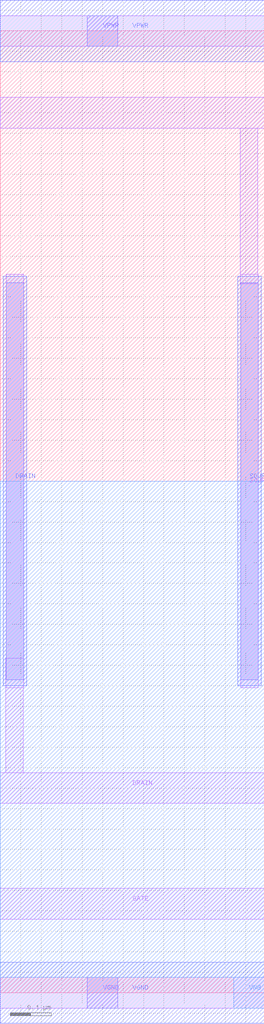
<source format=lef>
VERSION 5.7 ;
  NOWIREEXTENSIONATPIN ON ;
  DIVIDERCHAR "/" ;
  BUSBITCHARS "[]" ;
MACRO sky130_asc_nfet_01v8_lvt_1
  CLASS CORE ;
  FOREIGN sky130_asc_nfet_01v8_lvt_1 ;
  ORIGIN 0.000 0.000 ;
  SIZE 2.580 BY 9.400 ;
  SITE unitasc ;
  PIN GATE
    DIRECTION INOUT ;
    ANTENNAGATEAREA 8.000000 ;
    PORT
      LAYER li1 ;
        RECT 0.000 0.720 2.580 1.020 ;
    END
  END GATE
  PIN SOURCE
    DIRECTION INOUT ;
    ANTENNADIFFAREA 1.160000 ;
    PORT
      LAYER li1 ;
        RECT 0.000 8.450 2.580 8.750 ;
        RECT 2.345 7.020 2.515 8.450 ;
        RECT 2.345 6.930 2.520 7.020 ;
        RECT 2.350 2.980 2.520 6.930 ;
      LAYER mcon ;
        RECT 2.350 3.060 2.520 6.940 ;
      LAYER met1 ;
        RECT 2.320 3.000 2.550 7.000 ;
    END
  END SOURCE
  PIN DRAIN
    DIRECTION INOUT ;
    ANTENNADIFFAREA 1.160000 ;
    PORT
      LAYER li1 ;
        RECT 0.060 3.270 0.230 7.020 ;
        RECT 0.055 2.980 0.230 3.270 ;
        RECT 0.055 2.150 0.225 2.980 ;
        RECT 0.000 1.850 2.580 2.150 ;
      LAYER mcon ;
        RECT 0.060 3.060 0.230 6.940 ;
      LAYER met1 ;
        RECT 0.030 3.000 0.260 7.000 ;
    END
  END DRAIN
  PIN VNB
    DIRECTION INOUT ;
    USE GROUND ;
    PORT
      LAYER pwell ;
        RECT 0.000 0.150 2.580 5.000 ;
        RECT 2.280 -0.150 2.580 0.150 ;
    END
  END VNB
  PIN VPWR
    DIRECTION INOUT ;
    USE POWER ;
    PORT
      LAYER li1 ;
        RECT 0.000 9.250 2.580 9.550 ;
      LAYER mcon ;
        RECT 0.850 9.250 1.150 9.550 ;
      LAYER met1 ;
        RECT 0.000 9.100 2.580 9.700 ;
    END
  END VPWR
  PIN VGND
    DIRECTION INOUT ;
    USE GROUND ;
    PORT
      LAYER li1 ;
        RECT 0.000 -0.150 2.580 0.150 ;
      LAYER mcon ;
        RECT 0.850 -0.150 1.150 0.150 ;
      LAYER met1 ;
        RECT 0.000 -0.300 2.580 0.300 ;
    END
  END VGND
END sky130_asc_nfet_01v8_lvt_1
END LIBRARY


</source>
